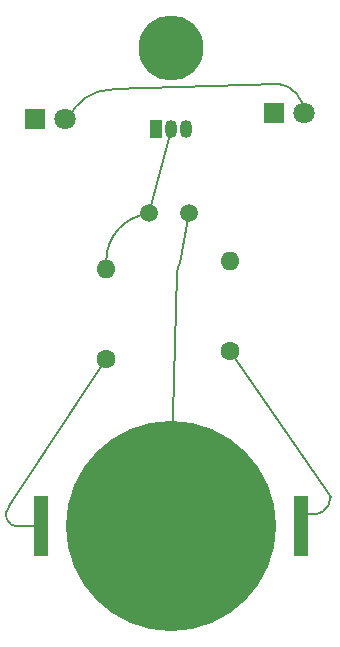
<source format=gbr>
%TF.GenerationSoftware,KiCad,Pcbnew,8.0.8*%
%TF.CreationDate,2025-06-12T02:03:35+01:00*%
%TF.ProjectId,AutoDiming_Keychain,4175746f-4469-46d6-996e-675f4b657963,rev?*%
%TF.SameCoordinates,Original*%
%TF.FileFunction,Copper,L1,Top*%
%TF.FilePolarity,Positive*%
%FSLAX46Y46*%
G04 Gerber Fmt 4.6, Leading zero omitted, Abs format (unit mm)*
G04 Created by KiCad (PCBNEW 8.0.8) date 2025-06-12 02:03:35*
%MOMM*%
%LPD*%
G01*
G04 APERTURE LIST*
%TA.AperFunction,Conductor*%
%ADD10C,0.200000*%
%TD*%
%TA.AperFunction,ComponentPad*%
%ADD11C,1.500000*%
%TD*%
%TA.AperFunction,SMDPad,CuDef*%
%ADD12R,1.270000X5.080000*%
%TD*%
%TA.AperFunction,SMDPad,CuDef*%
%ADD13C,17.800000*%
%TD*%
%TA.AperFunction,ComponentPad*%
%ADD14R,1.800000X1.800000*%
%TD*%
%TA.AperFunction,ComponentPad*%
%ADD15C,1.800000*%
%TD*%
%TA.AperFunction,ComponentPad*%
%ADD16C,1.600000*%
%TD*%
%TA.AperFunction,ComponentPad*%
%ADD17O,1.600000X1.600000*%
%TD*%
%TA.AperFunction,ComponentPad*%
%ADD18R,1.050000X1.500000*%
%TD*%
%TA.AperFunction,ComponentPad*%
%ADD19O,1.050000X1.500000*%
%TD*%
%TA.AperFunction,ViaPad*%
%ADD20C,5.500000*%
%TD*%
G04 APERTURE END LIST*
D10*
%TO.N,/VCC*%
X63000000Y-74000000D02*
G75*
G02*
X60942914Y-75392715I-1500000J0D01*
G01*
%TO.N,Net-(D1-A)*%
X58500000Y-39000001D02*
X44500000Y-39500000D01*
%TO.N,/VCC*%
X38500000Y-76500000D02*
X36500000Y-76500000D01*
%TO.N,Net-(D1-A)*%
X58500000Y-39000001D02*
G75*
G02*
X60740079Y-41500000I-275000J-2499999D01*
G01*
%TO.N,/GND*%
X49500000Y-73000000D02*
X50000000Y-55000000D01*
%TO.N,/VCC*%
X36500000Y-76500000D02*
G75*
G02*
X35792893Y-74792893I0J1000000D01*
G01*
%TO.N,Net-(D1-A)*%
X40754683Y-42095506D02*
G75*
G02*
X44500000Y-39500000I3745317J-1404494D01*
G01*
%TO.N,/VCC*%
X54500000Y-61620000D02*
X63000000Y-74000000D01*
%TO.N,/LED Control*%
X47600000Y-50000000D02*
X49500000Y-43000000D01*
%TO.N,/GND*%
X50251925Y-54167950D02*
X51000000Y-50000000D01*
%TO.N,/LED Control*%
X44000000Y-54000000D02*
G75*
G02*
X47601985Y-50019851I4000000J0D01*
G01*
%TO.N,/GND*%
X50000000Y-55000000D02*
G75*
G02*
X50251925Y-54167950I1500000J0D01*
G01*
%TO.N,/VCC*%
X35792893Y-74792893D02*
X44000000Y-62310000D01*
%TD*%
D11*
%TO.P,R5,1*%
%TO.N,/LED Control*%
X47600000Y-50000000D03*
%TO.P,R5,2*%
%TO.N,/GND*%
X51000000Y-50000000D03*
%TD*%
D12*
%TO.P,BT1,1,+*%
%TO.N,/VCC*%
X38515000Y-76500000D03*
X60485000Y-76500000D03*
D13*
%TO.P,BT1,2,-*%
%TO.N,/GND*%
X49500000Y-76500000D03*
%TD*%
D14*
%TO.P,D2,1,K*%
%TO.N,Net-(D1-K)*%
X58225000Y-41500000D03*
D15*
%TO.P,D2,2,A*%
%TO.N,Net-(D1-A)*%
X60765000Y-41500000D03*
%TD*%
D16*
%TO.P,R2,1*%
%TO.N,/VCC*%
X54500000Y-61620000D03*
D17*
%TO.P,R2,2*%
%TO.N,Net-(D1-A)*%
X54500000Y-54000000D03*
%TD*%
D18*
%TO.P,Q1,1,E*%
%TO.N,/GND*%
X48230000Y-42860000D03*
D19*
%TO.P,Q1,2,B*%
%TO.N,/LED Control*%
X49500000Y-42860000D03*
%TO.P,Q1,3,C*%
%TO.N,Net-(D1-K)*%
X50770000Y-42860000D03*
%TD*%
D14*
%TO.P,D1,1,K*%
%TO.N,Net-(D1-K)*%
X37960000Y-42000000D03*
D15*
%TO.P,D1,2,A*%
%TO.N,Net-(D1-A)*%
X40500000Y-42000000D03*
%TD*%
D16*
%TO.P,R1,1*%
%TO.N,/VCC*%
X44000000Y-62310000D03*
D17*
%TO.P,R1,2*%
%TO.N,/LED Control*%
X44000000Y-54690000D03*
%TD*%
D20*
%TO.N,Net-(D1-K)*%
X49500000Y-36000000D03*
%TD*%
M02*

</source>
